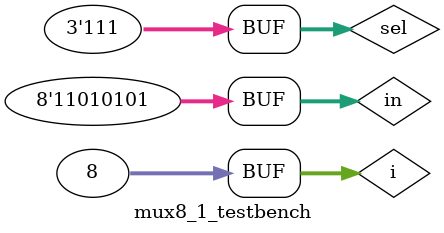
<source format=sv>

module mux8_1(in, out, sel);
		input [2:0] sel;
		input [7:0] in; 
		output out;
		
		wire a, b;
		
		mux4 muxa(.sel(sel[1:0]), .in(in[3:0]), .out(a));
		mux4 muxb(.sel(sel[1:0]), .in(in[7:4]), .out(b));
		
		mux2_1 muxc(.a(a), .b(b), .out(out), .sel(sel[2]));
		
endmodule

// Test bench for 8:1 mux
`timescale 1ns/10ps 

module mux8_1_testbench();
		reg [2:0] sel;
		reg [7:0] in; 
		wire out;
		
		mux8_1 dut (in, out, sel);
		
		integer i;
		
		initial begin
			in = 8'b11010101; #10;
			for (i=0; i<8; i++) begin: eachMux
				sel = i;	#10;
			end
			
		end
endmodule
</source>
